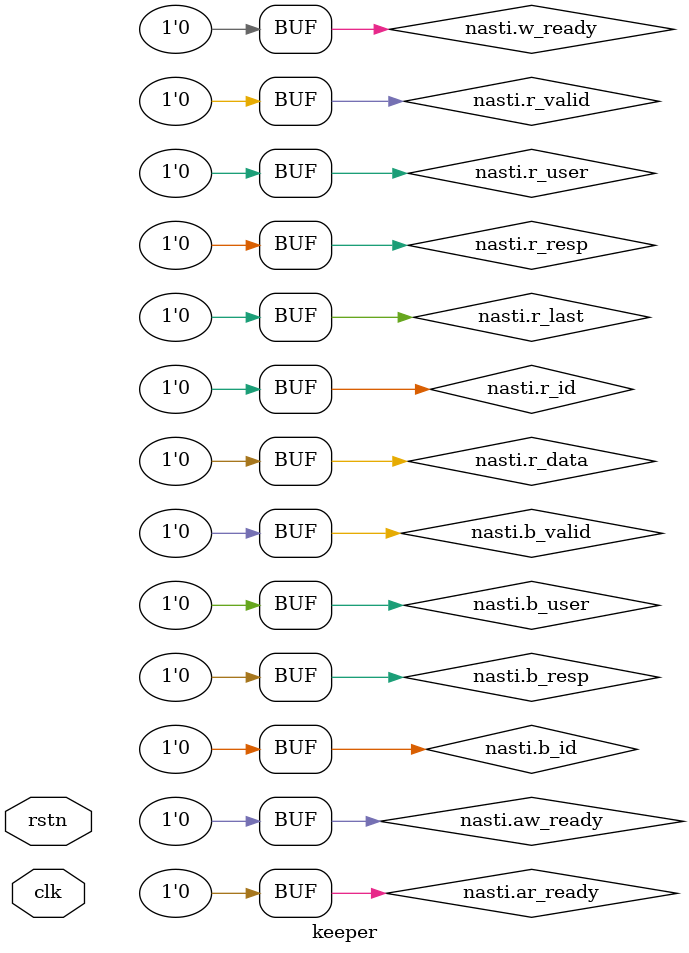
<source format=sv>

module keeper
   (
    input                    clk, rstn,
    nasti_channel.slave      nasti
    );

   assign nasti.ar_ready = 0;

   assign nasti.aw_ready = 1'b0;
   assign nasti.w_ready = 1'b0;

   assign nasti.b_valid = nasti.w_valid && nasti.w_ready;

   assign nasti.b_id = 0;
   assign nasti.b_resp = 0;
   assign nasti.b_user = 0;

   assign nasti.r_id = 0;
   assign nasti.r_data = 0;
   assign nasti.r_resp = 0;
   assign nasti.r_last = 0;
   assign nasti.r_user = 0;
   assign nasti.r_valid = 0;   
   
endmodule // keeper

</source>
